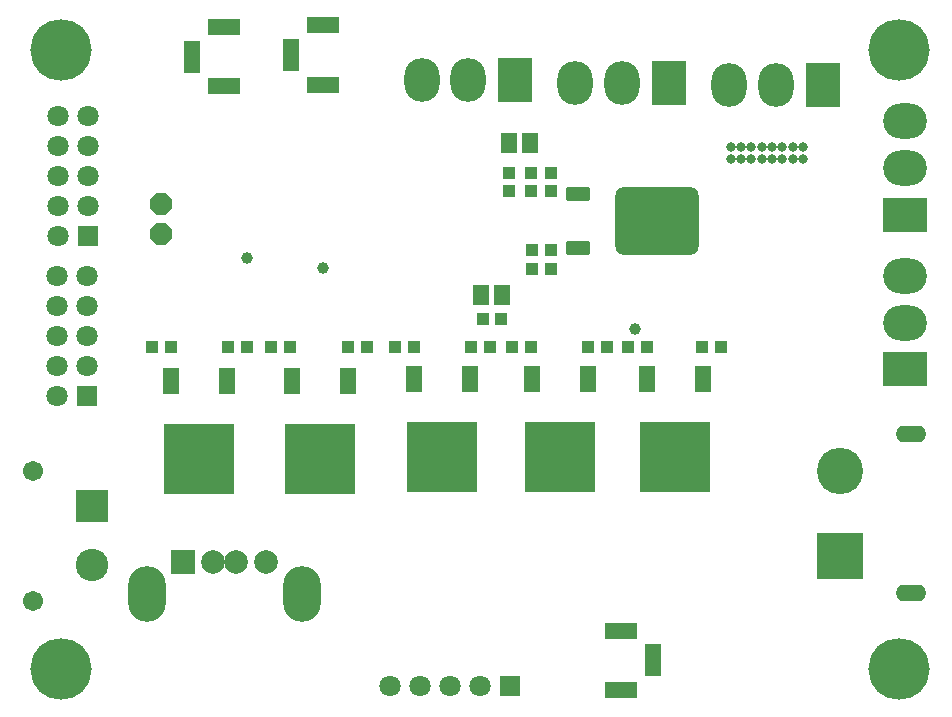
<source format=gbr>
%TF.GenerationSoftware,Altium Limited,Altium Designer,22.5.1 (42)*%
G04 Layer_Color=16711935*
%FSLAX44Y44*%
%MOMM*%
%TF.SameCoordinates,89E13746-3D4A-4BC1-B2AC-D00D571BF165*%
%TF.FilePolarity,Negative*%
%TF.FileFunction,Soldermask,Bot*%
%TF.Part,Single*%
G01*
G75*
%TA.AperFunction,SMDPad,CuDef*%
%ADD64R,1.4032X2.2032*%
%ADD65R,6.0032X6.0532*%
%ADD66R,1.0032X1.0032*%
%ADD67R,1.0532X1.0532*%
G04:AMPARAMS|DCode=68|XSize=2.1032mm|YSize=1.1632mm|CornerRadius=0.2168mm|HoleSize=0mm|Usage=FLASHONLY|Rotation=0.000|XOffset=0mm|YOffset=0mm|HoleType=Round|Shape=RoundedRectangle|*
%AMROUNDEDRECTD68*
21,1,2.1032,0.7296,0,0,0.0*
21,1,1.6696,1.1632,0,0,0.0*
1,1,0.4336,0.8348,-0.3648*
1,1,0.4336,-0.8348,-0.3648*
1,1,0.4336,-0.8348,0.3648*
1,1,0.4336,0.8348,0.3648*
%
%ADD68ROUNDEDRECTD68*%
G04:AMPARAMS|DCode=69|XSize=7.0432mm|YSize=5.8332mm|CornerRadius=0.7772mm|HoleSize=0mm|Usage=FLASHONLY|Rotation=0.000|XOffset=0mm|YOffset=0mm|HoleType=Round|Shape=RoundedRectangle|*
%AMROUNDEDRECTD69*
21,1,7.0432,4.2788,0,0,0.0*
21,1,5.4888,5.8332,0,0,0.0*
1,1,1.5544,2.7444,-2.1394*
1,1,1.5544,-2.7444,-2.1394*
1,1,1.5544,-2.7444,2.1394*
1,1,1.5544,2.7444,2.1394*
%
%ADD69ROUNDEDRECTD69*%
%ADD70R,1.0032X1.0032*%
%ADD71R,1.0532X1.0532*%
%ADD72R,1.3632X1.6732*%
%TA.AperFunction,ComponentPad*%
%ADD73C,3.9192*%
%ADD74R,3.9192X3.9192*%
%ADD75O,2.6032X1.4032*%
%ADD76R,2.7032X1.4032*%
%ADD77R,1.4032X2.7032*%
%ADD78C,1.8032*%
%ADD79R,1.8032X1.8032*%
%ADD80C,1.7112*%
%ADD81C,2.7532*%
%ADD82R,2.7532X2.7532*%
%ADD83C,5.2032*%
G04:AMPARAMS|DCode=84|XSize=1.8032mm|YSize=1.8032mm|CornerRadius=0mm|HoleSize=0mm|Usage=FLASHONLY|Rotation=90.000|XOffset=0mm|YOffset=0mm|HoleType=Round|Shape=Octagon|*
%AMOCTAGOND84*
4,1,8,0.4508,0.9016,-0.4508,0.9016,-0.9016,0.4508,-0.9016,-0.4508,-0.4508,-0.9016,0.4508,-0.9016,0.9016,-0.4508,0.9016,0.4508,0.4508,0.9016,0.0*
%
%ADD84OCTAGOND84*%

%ADD85O,3.0032X3.7032*%
%ADD86R,3.0032X3.7032*%
%ADD87O,3.7032X3.0032*%
%ADD88R,3.7032X3.0032*%
%ADD89C,2.0032*%
%ADD90R,2.0032X2.0032*%
%ADD91O,3.2032X4.7032*%
%ADD92R,1.8032X1.8032*%
%TA.AperFunction,ViaPad*%
%ADD93C,0.8032*%
%ADD94C,1.0032*%
D64*
X-213750Y-18125D02*
D03*
X-261250D02*
D03*
X-111750Y-18125D02*
D03*
X-159250D02*
D03*
X-55510Y-16020D02*
D03*
X-8010D02*
D03*
X91250Y-16125D02*
D03*
X43750D02*
D03*
X189250D02*
D03*
X141750D02*
D03*
D65*
X-237500Y-84375D02*
D03*
X-135500Y-84375D02*
D03*
X-31760Y-82270D02*
D03*
X67500Y-82375D02*
D03*
X165500D02*
D03*
D66*
X60000Y76750D02*
D03*
Y92750D02*
D03*
X43500Y158500D02*
D03*
Y142500D02*
D03*
X60500Y158500D02*
D03*
Y142500D02*
D03*
X44000Y92750D02*
D03*
Y76750D02*
D03*
D67*
X24750Y142750D02*
D03*
Y158250D02*
D03*
D68*
X83000Y140350D02*
D03*
Y94750D02*
D03*
D69*
X150100Y117550D02*
D03*
D70*
X188500Y10750D02*
D03*
X204500D02*
D03*
X125500D02*
D03*
X141500D02*
D03*
X107500D02*
D03*
X91500D02*
D03*
X27500D02*
D03*
X43500D02*
D03*
X8500D02*
D03*
X-7500D02*
D03*
X-71500D02*
D03*
X-55500D02*
D03*
X-95500D02*
D03*
X-111500D02*
D03*
X-176500D02*
D03*
X-160500D02*
D03*
X-197500D02*
D03*
X-213500D02*
D03*
X-261500D02*
D03*
X-277500D02*
D03*
D71*
X2750Y34750D02*
D03*
X18250D02*
D03*
D72*
X18400Y54750D02*
D03*
X600D02*
D03*
X24600Y183250D02*
D03*
X42400D02*
D03*
D73*
X305000Y-94000D02*
D03*
D74*
Y-166000D02*
D03*
D75*
X365000Y-62500D02*
D03*
Y-197500D02*
D03*
D76*
X-132500Y233000D02*
D03*
Y283000D02*
D03*
X119250Y-229250D02*
D03*
Y-279250D02*
D03*
X-217000Y231750D02*
D03*
Y281750D02*
D03*
D77*
X-159500Y258000D02*
D03*
X146250Y-254250D02*
D03*
X-244000Y256750D02*
D03*
D78*
X-75650Y-276250D02*
D03*
X-24850Y-276250D02*
D03*
X550D02*
D03*
X-50250D02*
D03*
X-357700Y70800D02*
D03*
X-332300D02*
D03*
X-357700Y20000D02*
D03*
X-332300D02*
D03*
X-357700Y-30800D02*
D03*
Y-5400D02*
D03*
X-332300D02*
D03*
Y45400D02*
D03*
X-357700D02*
D03*
X-357400Y181000D02*
D03*
X-332000D02*
D03*
Y130200D02*
D03*
X-357400D02*
D03*
Y104800D02*
D03*
X-332000Y155600D02*
D03*
X-357400D02*
D03*
X-332000Y206400D02*
D03*
X-357400D02*
D03*
D79*
X25950Y-276250D02*
D03*
D80*
X-378500Y-204000D02*
D03*
Y-94000D02*
D03*
D81*
X-328500Y-174000D02*
D03*
D82*
Y-124000D02*
D03*
D83*
X355000Y-262000D02*
D03*
X-355000Y262000D02*
D03*
Y-262000D02*
D03*
X355000Y262000D02*
D03*
D84*
X-270000Y106300D02*
D03*
Y131700D02*
D03*
D85*
X250600Y233000D02*
D03*
X211000D02*
D03*
X-9750Y236750D02*
D03*
X-49350D02*
D03*
X80900Y234250D02*
D03*
X120500D02*
D03*
D86*
X290200Y233000D02*
D03*
X29850Y236750D02*
D03*
X160100Y234250D02*
D03*
D87*
X360000Y201850D02*
D03*
Y162250D02*
D03*
X359750Y31500D02*
D03*
Y71100D02*
D03*
D88*
X360000Y122650D02*
D03*
X359750Y-8100D02*
D03*
D89*
X-206200Y-171400D02*
D03*
X-181200Y-171400D02*
D03*
X-226200Y-171400D02*
D03*
D90*
X-251200D02*
D03*
D91*
X-281900Y-198500D02*
D03*
X-150500D02*
D03*
D92*
X-332300Y-30800D02*
D03*
X-332000Y104800D02*
D03*
D93*
X212500Y170250D02*
D03*
X221250D02*
D03*
X230000D02*
D03*
X238750D02*
D03*
X273750D02*
D03*
X265000D02*
D03*
X256250D02*
D03*
X247500D02*
D03*
Y180000D02*
D03*
X256250D02*
D03*
X265000D02*
D03*
X273750D02*
D03*
X238750D02*
D03*
X230000D02*
D03*
X221250D02*
D03*
X212500D02*
D03*
D94*
X-197500Y85750D02*
D03*
X-132500Y77500D02*
D03*
X131750Y25750D02*
D03*
%TF.MD5,9688beb74e763368ef77f5f08ea27454*%
M02*

</source>
